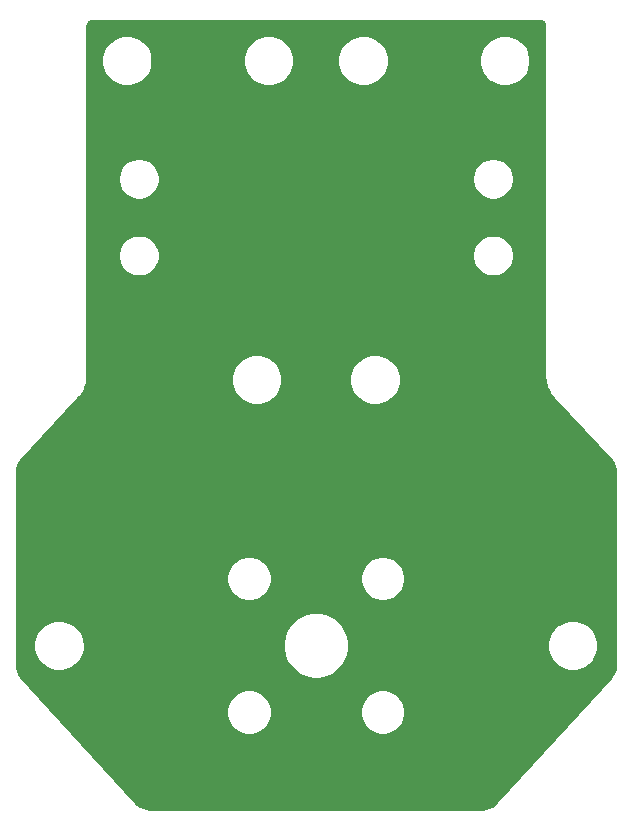
<source format=gtl>
G04 #@! TF.GenerationSoftware,KiCad,Pcbnew,5.1.9+dfsg1-1+deb11u1*
G04 #@! TF.CreationDate,2023-07-29T10:49:16+09:00*
G04 #@! TF.ProjectId,toolhead-top-plate,746f6f6c-6865-4616-942d-746f702d706c,rev?*
G04 #@! TF.SameCoordinates,Original*
G04 #@! TF.FileFunction,Copper,L1,Top*
G04 #@! TF.FilePolarity,Positive*
%FSLAX46Y46*%
G04 Gerber Fmt 4.6, Leading zero omitted, Abs format (unit mm)*
G04 Created by KiCad (PCBNEW 5.1.9+dfsg1-1+deb11u1) date 2023-07-29 10:49:16*
%MOMM*%
%LPD*%
G01*
G04 APERTURE LIST*
G04 #@! TA.AperFunction,NonConductor*
%ADD10C,0.254000*%
G04 #@! TD*
G04 #@! TA.AperFunction,NonConductor*
%ADD11C,0.100000*%
G04 #@! TD*
G04 APERTURE END LIST*
D10*
X220185624Y-60669580D02*
X220248556Y-60688580D01*
X220306605Y-60719445D01*
X220357543Y-60760989D01*
X220399448Y-60811644D01*
X220430715Y-60869471D01*
X220450156Y-60932272D01*
X220460200Y-61027835D01*
X220460201Y-90750419D01*
X220462767Y-90776472D01*
X220487506Y-91087035D01*
X220496997Y-91140022D01*
X220504774Y-91193277D01*
X220507052Y-91202206D01*
X220606161Y-91579746D01*
X220626908Y-91635806D01*
X220646900Y-91692232D01*
X220650868Y-91700549D01*
X220821422Y-92051648D01*
X220852681Y-92102640D01*
X220883233Y-92154078D01*
X220888741Y-92161465D01*
X221101476Y-92442660D01*
X221143641Y-92498443D01*
X226082806Y-97849206D01*
X226259924Y-98083318D01*
X226373927Y-98318001D01*
X226441717Y-98576225D01*
X226460200Y-98808249D01*
X226460201Y-115189711D01*
X226431575Y-115481660D01*
X226356165Y-115731429D01*
X226230556Y-115967664D01*
X226090409Y-116146688D01*
X216249712Y-126881932D01*
X216031627Y-127077537D01*
X215807265Y-127210699D01*
X215561308Y-127297746D01*
X215278723Y-127338919D01*
X215232665Y-127340000D01*
X187032289Y-127340000D01*
X186740343Y-127311374D01*
X186490571Y-127235964D01*
X186260205Y-127113477D01*
X186038906Y-126932989D01*
X186008095Y-126900921D01*
X178735958Y-118967727D01*
X193542643Y-118967727D01*
X193542643Y-119346073D01*
X193616455Y-119717149D01*
X193761242Y-120066696D01*
X193971440Y-120381279D01*
X194238971Y-120648810D01*
X194553554Y-120859008D01*
X194903101Y-121003795D01*
X195274177Y-121077607D01*
X195652523Y-121077607D01*
X196023599Y-121003795D01*
X196373146Y-120859008D01*
X196687729Y-120648810D01*
X196955260Y-120381279D01*
X197165458Y-120066696D01*
X197310245Y-119717149D01*
X197384057Y-119346073D01*
X197384057Y-118967727D01*
X204856343Y-118967727D01*
X204856343Y-119346073D01*
X204930155Y-119717149D01*
X205074942Y-120066696D01*
X205285140Y-120381279D01*
X205552671Y-120648810D01*
X205867254Y-120859008D01*
X206216801Y-121003795D01*
X206587877Y-121077607D01*
X206966223Y-121077607D01*
X207337299Y-121003795D01*
X207686846Y-120859008D01*
X208001429Y-120648810D01*
X208268960Y-120381279D01*
X208479158Y-120066696D01*
X208623945Y-119717149D01*
X208697757Y-119346073D01*
X208697757Y-118967727D01*
X208623945Y-118596651D01*
X208479158Y-118247104D01*
X208268960Y-117932521D01*
X208001429Y-117664990D01*
X207686846Y-117454792D01*
X207337299Y-117310005D01*
X206966223Y-117236193D01*
X206587877Y-117236193D01*
X206216801Y-117310005D01*
X205867254Y-117454792D01*
X205552671Y-117664990D01*
X205285140Y-117932521D01*
X205074942Y-118247104D01*
X204930155Y-118596651D01*
X204856343Y-118967727D01*
X197384057Y-118967727D01*
X197310245Y-118596651D01*
X197165458Y-118247104D01*
X196955260Y-117932521D01*
X196687729Y-117664990D01*
X196373146Y-117454792D01*
X196023599Y-117310005D01*
X195652523Y-117236193D01*
X195274177Y-117236193D01*
X194903101Y-117310005D01*
X194553554Y-117454792D01*
X194238971Y-117664990D01*
X193971440Y-117932521D01*
X193761242Y-118247104D01*
X193616455Y-118596651D01*
X193542643Y-118967727D01*
X178735958Y-118967727D01*
X176154387Y-116151485D01*
X175978050Y-115916711D01*
X175864867Y-115681638D01*
X175797830Y-115422612D01*
X175780200Y-115196328D01*
X175780200Y-113286323D01*
X177200697Y-113286323D01*
X177200697Y-113713677D01*
X177284070Y-114132821D01*
X177447612Y-114527645D01*
X177685037Y-114882977D01*
X177987223Y-115185163D01*
X178342555Y-115422588D01*
X178737379Y-115586130D01*
X179156523Y-115669503D01*
X179583877Y-115669503D01*
X180003021Y-115586130D01*
X180397845Y-115422588D01*
X180753177Y-115185163D01*
X181055363Y-114882977D01*
X181292788Y-114527645D01*
X181456330Y-114132821D01*
X181539703Y-113713677D01*
X181539703Y-113286323D01*
X181527030Y-113222611D01*
X198303827Y-113222611D01*
X198303827Y-113777389D01*
X198412059Y-114321506D01*
X198624363Y-114834053D01*
X198932580Y-115295333D01*
X199324867Y-115687620D01*
X199786147Y-115995837D01*
X200298694Y-116208141D01*
X200842811Y-116316373D01*
X201397589Y-116316373D01*
X201941706Y-116208141D01*
X202454253Y-115995837D01*
X202915533Y-115687620D01*
X203307820Y-115295333D01*
X203616037Y-114834053D01*
X203828341Y-114321506D01*
X203936573Y-113777389D01*
X203936573Y-113286323D01*
X220700697Y-113286323D01*
X220700697Y-113713677D01*
X220784070Y-114132821D01*
X220947612Y-114527645D01*
X221185037Y-114882977D01*
X221487223Y-115185163D01*
X221842555Y-115422588D01*
X222237379Y-115586130D01*
X222656523Y-115669503D01*
X223083877Y-115669503D01*
X223503021Y-115586130D01*
X223897845Y-115422588D01*
X224253177Y-115185163D01*
X224555363Y-114882977D01*
X224792788Y-114527645D01*
X224956330Y-114132821D01*
X225039703Y-113713677D01*
X225039703Y-113286323D01*
X224956330Y-112867179D01*
X224792788Y-112472355D01*
X224555363Y-112117023D01*
X224253177Y-111814837D01*
X223897845Y-111577412D01*
X223503021Y-111413870D01*
X223083877Y-111330497D01*
X222656523Y-111330497D01*
X222237379Y-111413870D01*
X221842555Y-111577412D01*
X221487223Y-111814837D01*
X221185037Y-112117023D01*
X220947612Y-112472355D01*
X220784070Y-112867179D01*
X220700697Y-113286323D01*
X203936573Y-113286323D01*
X203936573Y-113222611D01*
X203828341Y-112678494D01*
X203616037Y-112165947D01*
X203307820Y-111704667D01*
X202915533Y-111312380D01*
X202454253Y-111004163D01*
X201941706Y-110791859D01*
X201397589Y-110683627D01*
X200842811Y-110683627D01*
X200298694Y-110791859D01*
X199786147Y-111004163D01*
X199324867Y-111312380D01*
X198932580Y-111704667D01*
X198624363Y-112165947D01*
X198412059Y-112678494D01*
X198303827Y-113222611D01*
X181527030Y-113222611D01*
X181456330Y-112867179D01*
X181292788Y-112472355D01*
X181055363Y-112117023D01*
X180753177Y-111814837D01*
X180397845Y-111577412D01*
X180003021Y-111413870D01*
X179583877Y-111330497D01*
X179156523Y-111330497D01*
X178737379Y-111413870D01*
X178342555Y-111577412D01*
X177987223Y-111814837D01*
X177685037Y-112117023D01*
X177447612Y-112472355D01*
X177284070Y-112867179D01*
X177200697Y-113286323D01*
X175780200Y-113286323D01*
X175780200Y-107653927D01*
X193542643Y-107653927D01*
X193542643Y-108032273D01*
X193616455Y-108403349D01*
X193761242Y-108752896D01*
X193971440Y-109067479D01*
X194238971Y-109335010D01*
X194553554Y-109545208D01*
X194903101Y-109689995D01*
X195274177Y-109763807D01*
X195652523Y-109763807D01*
X196023599Y-109689995D01*
X196373146Y-109545208D01*
X196687729Y-109335010D01*
X196955260Y-109067479D01*
X197165458Y-108752896D01*
X197310245Y-108403349D01*
X197384057Y-108032273D01*
X197384057Y-107653927D01*
X204856343Y-107653927D01*
X204856343Y-108032273D01*
X204930155Y-108403349D01*
X205074942Y-108752896D01*
X205285140Y-109067479D01*
X205552671Y-109335010D01*
X205867254Y-109545208D01*
X206216801Y-109689995D01*
X206587877Y-109763807D01*
X206966223Y-109763807D01*
X207337299Y-109689995D01*
X207686846Y-109545208D01*
X208001429Y-109335010D01*
X208268960Y-109067479D01*
X208479158Y-108752896D01*
X208623945Y-108403349D01*
X208697757Y-108032273D01*
X208697757Y-107653927D01*
X208623945Y-107282851D01*
X208479158Y-106933304D01*
X208268960Y-106618721D01*
X208001429Y-106351190D01*
X207686846Y-106140992D01*
X207337299Y-105996205D01*
X206966223Y-105922393D01*
X206587877Y-105922393D01*
X206216801Y-105996205D01*
X205867254Y-106140992D01*
X205552671Y-106351190D01*
X205285140Y-106618721D01*
X205074942Y-106933304D01*
X204930155Y-107282851D01*
X204856343Y-107653927D01*
X197384057Y-107653927D01*
X197310245Y-107282851D01*
X197165458Y-106933304D01*
X196955260Y-106618721D01*
X196687729Y-106351190D01*
X196373146Y-106140992D01*
X196023599Y-105996205D01*
X195652523Y-105922393D01*
X195274177Y-105922393D01*
X194903101Y-105996205D01*
X194553554Y-106140992D01*
X194238971Y-106351190D01*
X193971440Y-106618721D01*
X193761242Y-106933304D01*
X193616455Y-107282851D01*
X193542643Y-107653927D01*
X175780200Y-107653927D01*
X175780200Y-98814278D01*
X175808825Y-98522340D01*
X175884235Y-98272570D01*
X176009574Y-98036843D01*
X176153529Y-97853609D01*
X181096759Y-92498444D01*
X181113211Y-92476678D01*
X181305032Y-92232521D01*
X181334001Y-92187143D01*
X181364406Y-92142739D01*
X181368789Y-92134633D01*
X181552038Y-91789991D01*
X181574838Y-91734674D01*
X181598398Y-91679705D01*
X181601123Y-91670902D01*
X181713942Y-91297230D01*
X181725565Y-91238530D01*
X181737998Y-91180036D01*
X181738961Y-91170872D01*
X181776665Y-90786323D01*
X193950697Y-90786323D01*
X193950697Y-91213677D01*
X194034070Y-91632821D01*
X194197612Y-92027645D01*
X194435037Y-92382977D01*
X194737223Y-92685163D01*
X195092555Y-92922588D01*
X195487379Y-93086130D01*
X195906523Y-93169503D01*
X196333877Y-93169503D01*
X196753021Y-93086130D01*
X197147845Y-92922588D01*
X197503177Y-92685163D01*
X197805363Y-92382977D01*
X198042788Y-92027645D01*
X198206330Y-91632821D01*
X198289703Y-91213677D01*
X198289703Y-90786323D01*
X203950697Y-90786323D01*
X203950697Y-91213677D01*
X204034070Y-91632821D01*
X204197612Y-92027645D01*
X204435037Y-92382977D01*
X204737223Y-92685163D01*
X205092555Y-92922588D01*
X205487379Y-93086130D01*
X205906523Y-93169503D01*
X206333877Y-93169503D01*
X206753021Y-93086130D01*
X207147845Y-92922588D01*
X207503177Y-92685163D01*
X207805363Y-92382977D01*
X208042788Y-92027645D01*
X208206330Y-91632821D01*
X208289703Y-91213677D01*
X208289703Y-90786323D01*
X208206330Y-90367179D01*
X208042788Y-89972355D01*
X207805363Y-89617023D01*
X207503177Y-89314837D01*
X207147845Y-89077412D01*
X206753021Y-88913870D01*
X206333877Y-88830497D01*
X205906523Y-88830497D01*
X205487379Y-88913870D01*
X205092555Y-89077412D01*
X204737223Y-89314837D01*
X204435037Y-89617023D01*
X204197612Y-89972355D01*
X204034070Y-90367179D01*
X203950697Y-90786323D01*
X198289703Y-90786323D01*
X198206330Y-90367179D01*
X198042788Y-89972355D01*
X197805363Y-89617023D01*
X197503177Y-89314837D01*
X197147845Y-89077412D01*
X196753021Y-88913870D01*
X196333877Y-88830497D01*
X195906523Y-88830497D01*
X195487379Y-88913870D01*
X195092555Y-89077412D01*
X194737223Y-89314837D01*
X194435037Y-89617023D01*
X194197612Y-89972355D01*
X194034070Y-90367179D01*
X193950697Y-90786323D01*
X181776665Y-90786323D01*
X181777050Y-90782402D01*
X181780200Y-90750419D01*
X181780200Y-80325529D01*
X184348771Y-80325529D01*
X184348771Y-80674471D01*
X184416846Y-81016707D01*
X184550380Y-81339086D01*
X184744241Y-81629220D01*
X184990980Y-81875959D01*
X185281114Y-82069820D01*
X185603493Y-82203354D01*
X185945729Y-82271429D01*
X186294671Y-82271429D01*
X186636907Y-82203354D01*
X186959286Y-82069820D01*
X187249420Y-81875959D01*
X187496159Y-81629220D01*
X187690020Y-81339086D01*
X187823554Y-81016707D01*
X187891629Y-80674471D01*
X187891629Y-80325529D01*
X214348771Y-80325529D01*
X214348771Y-80674471D01*
X214416846Y-81016707D01*
X214550380Y-81339086D01*
X214744241Y-81629220D01*
X214990980Y-81875959D01*
X215281114Y-82069820D01*
X215603493Y-82203354D01*
X215945729Y-82271429D01*
X216294671Y-82271429D01*
X216636907Y-82203354D01*
X216959286Y-82069820D01*
X217249420Y-81875959D01*
X217496159Y-81629220D01*
X217690020Y-81339086D01*
X217823554Y-81016707D01*
X217891629Y-80674471D01*
X217891629Y-80325529D01*
X217823554Y-79983293D01*
X217690020Y-79660914D01*
X217496159Y-79370780D01*
X217249420Y-79124041D01*
X216959286Y-78930180D01*
X216636907Y-78796646D01*
X216294671Y-78728571D01*
X215945729Y-78728571D01*
X215603493Y-78796646D01*
X215281114Y-78930180D01*
X214990980Y-79124041D01*
X214744241Y-79370780D01*
X214550380Y-79660914D01*
X214416846Y-79983293D01*
X214348771Y-80325529D01*
X187891629Y-80325529D01*
X187823554Y-79983293D01*
X187690020Y-79660914D01*
X187496159Y-79370780D01*
X187249420Y-79124041D01*
X186959286Y-78930180D01*
X186636907Y-78796646D01*
X186294671Y-78728571D01*
X185945729Y-78728571D01*
X185603493Y-78796646D01*
X185281114Y-78930180D01*
X184990980Y-79124041D01*
X184744241Y-79370780D01*
X184550380Y-79660914D01*
X184416846Y-79983293D01*
X184348771Y-80325529D01*
X181780200Y-80325529D01*
X181780200Y-73825529D01*
X184348771Y-73825529D01*
X184348771Y-74174471D01*
X184416846Y-74516707D01*
X184550380Y-74839086D01*
X184744241Y-75129220D01*
X184990980Y-75375959D01*
X185281114Y-75569820D01*
X185603493Y-75703354D01*
X185945729Y-75771429D01*
X186294671Y-75771429D01*
X186636907Y-75703354D01*
X186959286Y-75569820D01*
X187249420Y-75375959D01*
X187496159Y-75129220D01*
X187690020Y-74839086D01*
X187823554Y-74516707D01*
X187891629Y-74174471D01*
X187891629Y-73825529D01*
X214348771Y-73825529D01*
X214348771Y-74174471D01*
X214416846Y-74516707D01*
X214550380Y-74839086D01*
X214744241Y-75129220D01*
X214990980Y-75375959D01*
X215281114Y-75569820D01*
X215603493Y-75703354D01*
X215945729Y-75771429D01*
X216294671Y-75771429D01*
X216636907Y-75703354D01*
X216959286Y-75569820D01*
X217249420Y-75375959D01*
X217496159Y-75129220D01*
X217690020Y-74839086D01*
X217823554Y-74516707D01*
X217891629Y-74174471D01*
X217891629Y-73825529D01*
X217823554Y-73483293D01*
X217690020Y-73160914D01*
X217496159Y-72870780D01*
X217249420Y-72624041D01*
X216959286Y-72430180D01*
X216636907Y-72296646D01*
X216294671Y-72228571D01*
X215945729Y-72228571D01*
X215603493Y-72296646D01*
X215281114Y-72430180D01*
X214990980Y-72624041D01*
X214744241Y-72870780D01*
X214550380Y-73160914D01*
X214416846Y-73483293D01*
X214348771Y-73825529D01*
X187891629Y-73825529D01*
X187823554Y-73483293D01*
X187690020Y-73160914D01*
X187496159Y-72870780D01*
X187249420Y-72624041D01*
X186959286Y-72430180D01*
X186636907Y-72296646D01*
X186294671Y-72228571D01*
X185945729Y-72228571D01*
X185603493Y-72296646D01*
X185281114Y-72430180D01*
X184990980Y-72624041D01*
X184744241Y-72870780D01*
X184550380Y-73160914D01*
X184416846Y-73483293D01*
X184348771Y-73825529D01*
X181780200Y-73825529D01*
X181780200Y-63786323D01*
X182950697Y-63786323D01*
X182950697Y-64213677D01*
X183034070Y-64632821D01*
X183197612Y-65027645D01*
X183435037Y-65382977D01*
X183737223Y-65685163D01*
X184092555Y-65922588D01*
X184487379Y-66086130D01*
X184906523Y-66169503D01*
X185333877Y-66169503D01*
X185753021Y-66086130D01*
X186147845Y-65922588D01*
X186503177Y-65685163D01*
X186805363Y-65382977D01*
X187042788Y-65027645D01*
X187206330Y-64632821D01*
X187289703Y-64213677D01*
X187289703Y-63786323D01*
X194950697Y-63786323D01*
X194950697Y-64213677D01*
X195034070Y-64632821D01*
X195197612Y-65027645D01*
X195435037Y-65382977D01*
X195737223Y-65685163D01*
X196092555Y-65922588D01*
X196487379Y-66086130D01*
X196906523Y-66169503D01*
X197333877Y-66169503D01*
X197753021Y-66086130D01*
X198147845Y-65922588D01*
X198503177Y-65685163D01*
X198805363Y-65382977D01*
X199042788Y-65027645D01*
X199206330Y-64632821D01*
X199289703Y-64213677D01*
X199289703Y-63786323D01*
X202950697Y-63786323D01*
X202950697Y-64213677D01*
X203034070Y-64632821D01*
X203197612Y-65027645D01*
X203435037Y-65382977D01*
X203737223Y-65685163D01*
X204092555Y-65922588D01*
X204487379Y-66086130D01*
X204906523Y-66169503D01*
X205333877Y-66169503D01*
X205753021Y-66086130D01*
X206147845Y-65922588D01*
X206503177Y-65685163D01*
X206805363Y-65382977D01*
X207042788Y-65027645D01*
X207206330Y-64632821D01*
X207289703Y-64213677D01*
X207289703Y-63786323D01*
X214950697Y-63786323D01*
X214950697Y-64213677D01*
X215034070Y-64632821D01*
X215197612Y-65027645D01*
X215435037Y-65382977D01*
X215737223Y-65685163D01*
X216092555Y-65922588D01*
X216487379Y-66086130D01*
X216906523Y-66169503D01*
X217333877Y-66169503D01*
X217753021Y-66086130D01*
X218147845Y-65922588D01*
X218503177Y-65685163D01*
X218805363Y-65382977D01*
X219042788Y-65027645D01*
X219206330Y-64632821D01*
X219289703Y-64213677D01*
X219289703Y-63786323D01*
X219206330Y-63367179D01*
X219042788Y-62972355D01*
X218805363Y-62617023D01*
X218503177Y-62314837D01*
X218147845Y-62077412D01*
X217753021Y-61913870D01*
X217333877Y-61830497D01*
X216906523Y-61830497D01*
X216487379Y-61913870D01*
X216092555Y-62077412D01*
X215737223Y-62314837D01*
X215435037Y-62617023D01*
X215197612Y-62972355D01*
X215034070Y-63367179D01*
X214950697Y-63786323D01*
X207289703Y-63786323D01*
X207206330Y-63367179D01*
X207042788Y-62972355D01*
X206805363Y-62617023D01*
X206503177Y-62314837D01*
X206147845Y-62077412D01*
X205753021Y-61913870D01*
X205333877Y-61830497D01*
X204906523Y-61830497D01*
X204487379Y-61913870D01*
X204092555Y-62077412D01*
X203737223Y-62314837D01*
X203435037Y-62617023D01*
X203197612Y-62972355D01*
X203034070Y-63367179D01*
X202950697Y-63786323D01*
X199289703Y-63786323D01*
X199206330Y-63367179D01*
X199042788Y-62972355D01*
X198805363Y-62617023D01*
X198503177Y-62314837D01*
X198147845Y-62077412D01*
X197753021Y-61913870D01*
X197333877Y-61830497D01*
X196906523Y-61830497D01*
X196487379Y-61913870D01*
X196092555Y-62077412D01*
X195737223Y-62314837D01*
X195435037Y-62617023D01*
X195197612Y-62972355D01*
X195034070Y-63367179D01*
X194950697Y-63786323D01*
X187289703Y-63786323D01*
X187206330Y-63367179D01*
X187042788Y-62972355D01*
X186805363Y-62617023D01*
X186503177Y-62314837D01*
X186147845Y-62077412D01*
X185753021Y-61913870D01*
X185333877Y-61830497D01*
X184906523Y-61830497D01*
X184487379Y-61913870D01*
X184092555Y-62077412D01*
X183737223Y-62314837D01*
X183435037Y-62617023D01*
X183197612Y-62972355D01*
X183034070Y-63367179D01*
X182950697Y-63786323D01*
X181780200Y-63786323D01*
X181780200Y-61032279D01*
X181789780Y-60934576D01*
X181808780Y-60871644D01*
X181839645Y-60813595D01*
X181881189Y-60762657D01*
X181931844Y-60720752D01*
X181989671Y-60689485D01*
X182052472Y-60670044D01*
X182148035Y-60660000D01*
X220087921Y-60660000D01*
X220185624Y-60669580D01*
G04 #@! TA.AperFunction,NonConductor*
D11*
G36*
X220185624Y-60669580D02*
G01*
X220248556Y-60688580D01*
X220306605Y-60719445D01*
X220357543Y-60760989D01*
X220399448Y-60811644D01*
X220430715Y-60869471D01*
X220450156Y-60932272D01*
X220460200Y-61027835D01*
X220460201Y-90750419D01*
X220462767Y-90776472D01*
X220487506Y-91087035D01*
X220496997Y-91140022D01*
X220504774Y-91193277D01*
X220507052Y-91202206D01*
X220606161Y-91579746D01*
X220626908Y-91635806D01*
X220646900Y-91692232D01*
X220650868Y-91700549D01*
X220821422Y-92051648D01*
X220852681Y-92102640D01*
X220883233Y-92154078D01*
X220888741Y-92161465D01*
X221101476Y-92442660D01*
X221143641Y-92498443D01*
X226082806Y-97849206D01*
X226259924Y-98083318D01*
X226373927Y-98318001D01*
X226441717Y-98576225D01*
X226460200Y-98808249D01*
X226460201Y-115189711D01*
X226431575Y-115481660D01*
X226356165Y-115731429D01*
X226230556Y-115967664D01*
X226090409Y-116146688D01*
X216249712Y-126881932D01*
X216031627Y-127077537D01*
X215807265Y-127210699D01*
X215561308Y-127297746D01*
X215278723Y-127338919D01*
X215232665Y-127340000D01*
X187032289Y-127340000D01*
X186740343Y-127311374D01*
X186490571Y-127235964D01*
X186260205Y-127113477D01*
X186038906Y-126932989D01*
X186008095Y-126900921D01*
X178735958Y-118967727D01*
X193542643Y-118967727D01*
X193542643Y-119346073D01*
X193616455Y-119717149D01*
X193761242Y-120066696D01*
X193971440Y-120381279D01*
X194238971Y-120648810D01*
X194553554Y-120859008D01*
X194903101Y-121003795D01*
X195274177Y-121077607D01*
X195652523Y-121077607D01*
X196023599Y-121003795D01*
X196373146Y-120859008D01*
X196687729Y-120648810D01*
X196955260Y-120381279D01*
X197165458Y-120066696D01*
X197310245Y-119717149D01*
X197384057Y-119346073D01*
X197384057Y-118967727D01*
X204856343Y-118967727D01*
X204856343Y-119346073D01*
X204930155Y-119717149D01*
X205074942Y-120066696D01*
X205285140Y-120381279D01*
X205552671Y-120648810D01*
X205867254Y-120859008D01*
X206216801Y-121003795D01*
X206587877Y-121077607D01*
X206966223Y-121077607D01*
X207337299Y-121003795D01*
X207686846Y-120859008D01*
X208001429Y-120648810D01*
X208268960Y-120381279D01*
X208479158Y-120066696D01*
X208623945Y-119717149D01*
X208697757Y-119346073D01*
X208697757Y-118967727D01*
X208623945Y-118596651D01*
X208479158Y-118247104D01*
X208268960Y-117932521D01*
X208001429Y-117664990D01*
X207686846Y-117454792D01*
X207337299Y-117310005D01*
X206966223Y-117236193D01*
X206587877Y-117236193D01*
X206216801Y-117310005D01*
X205867254Y-117454792D01*
X205552671Y-117664990D01*
X205285140Y-117932521D01*
X205074942Y-118247104D01*
X204930155Y-118596651D01*
X204856343Y-118967727D01*
X197384057Y-118967727D01*
X197310245Y-118596651D01*
X197165458Y-118247104D01*
X196955260Y-117932521D01*
X196687729Y-117664990D01*
X196373146Y-117454792D01*
X196023599Y-117310005D01*
X195652523Y-117236193D01*
X195274177Y-117236193D01*
X194903101Y-117310005D01*
X194553554Y-117454792D01*
X194238971Y-117664990D01*
X193971440Y-117932521D01*
X193761242Y-118247104D01*
X193616455Y-118596651D01*
X193542643Y-118967727D01*
X178735958Y-118967727D01*
X176154387Y-116151485D01*
X175978050Y-115916711D01*
X175864867Y-115681638D01*
X175797830Y-115422612D01*
X175780200Y-115196328D01*
X175780200Y-113286323D01*
X177200697Y-113286323D01*
X177200697Y-113713677D01*
X177284070Y-114132821D01*
X177447612Y-114527645D01*
X177685037Y-114882977D01*
X177987223Y-115185163D01*
X178342555Y-115422588D01*
X178737379Y-115586130D01*
X179156523Y-115669503D01*
X179583877Y-115669503D01*
X180003021Y-115586130D01*
X180397845Y-115422588D01*
X180753177Y-115185163D01*
X181055363Y-114882977D01*
X181292788Y-114527645D01*
X181456330Y-114132821D01*
X181539703Y-113713677D01*
X181539703Y-113286323D01*
X181527030Y-113222611D01*
X198303827Y-113222611D01*
X198303827Y-113777389D01*
X198412059Y-114321506D01*
X198624363Y-114834053D01*
X198932580Y-115295333D01*
X199324867Y-115687620D01*
X199786147Y-115995837D01*
X200298694Y-116208141D01*
X200842811Y-116316373D01*
X201397589Y-116316373D01*
X201941706Y-116208141D01*
X202454253Y-115995837D01*
X202915533Y-115687620D01*
X203307820Y-115295333D01*
X203616037Y-114834053D01*
X203828341Y-114321506D01*
X203936573Y-113777389D01*
X203936573Y-113286323D01*
X220700697Y-113286323D01*
X220700697Y-113713677D01*
X220784070Y-114132821D01*
X220947612Y-114527645D01*
X221185037Y-114882977D01*
X221487223Y-115185163D01*
X221842555Y-115422588D01*
X222237379Y-115586130D01*
X222656523Y-115669503D01*
X223083877Y-115669503D01*
X223503021Y-115586130D01*
X223897845Y-115422588D01*
X224253177Y-115185163D01*
X224555363Y-114882977D01*
X224792788Y-114527645D01*
X224956330Y-114132821D01*
X225039703Y-113713677D01*
X225039703Y-113286323D01*
X224956330Y-112867179D01*
X224792788Y-112472355D01*
X224555363Y-112117023D01*
X224253177Y-111814837D01*
X223897845Y-111577412D01*
X223503021Y-111413870D01*
X223083877Y-111330497D01*
X222656523Y-111330497D01*
X222237379Y-111413870D01*
X221842555Y-111577412D01*
X221487223Y-111814837D01*
X221185037Y-112117023D01*
X220947612Y-112472355D01*
X220784070Y-112867179D01*
X220700697Y-113286323D01*
X203936573Y-113286323D01*
X203936573Y-113222611D01*
X203828341Y-112678494D01*
X203616037Y-112165947D01*
X203307820Y-111704667D01*
X202915533Y-111312380D01*
X202454253Y-111004163D01*
X201941706Y-110791859D01*
X201397589Y-110683627D01*
X200842811Y-110683627D01*
X200298694Y-110791859D01*
X199786147Y-111004163D01*
X199324867Y-111312380D01*
X198932580Y-111704667D01*
X198624363Y-112165947D01*
X198412059Y-112678494D01*
X198303827Y-113222611D01*
X181527030Y-113222611D01*
X181456330Y-112867179D01*
X181292788Y-112472355D01*
X181055363Y-112117023D01*
X180753177Y-111814837D01*
X180397845Y-111577412D01*
X180003021Y-111413870D01*
X179583877Y-111330497D01*
X179156523Y-111330497D01*
X178737379Y-111413870D01*
X178342555Y-111577412D01*
X177987223Y-111814837D01*
X177685037Y-112117023D01*
X177447612Y-112472355D01*
X177284070Y-112867179D01*
X177200697Y-113286323D01*
X175780200Y-113286323D01*
X175780200Y-107653927D01*
X193542643Y-107653927D01*
X193542643Y-108032273D01*
X193616455Y-108403349D01*
X193761242Y-108752896D01*
X193971440Y-109067479D01*
X194238971Y-109335010D01*
X194553554Y-109545208D01*
X194903101Y-109689995D01*
X195274177Y-109763807D01*
X195652523Y-109763807D01*
X196023599Y-109689995D01*
X196373146Y-109545208D01*
X196687729Y-109335010D01*
X196955260Y-109067479D01*
X197165458Y-108752896D01*
X197310245Y-108403349D01*
X197384057Y-108032273D01*
X197384057Y-107653927D01*
X204856343Y-107653927D01*
X204856343Y-108032273D01*
X204930155Y-108403349D01*
X205074942Y-108752896D01*
X205285140Y-109067479D01*
X205552671Y-109335010D01*
X205867254Y-109545208D01*
X206216801Y-109689995D01*
X206587877Y-109763807D01*
X206966223Y-109763807D01*
X207337299Y-109689995D01*
X207686846Y-109545208D01*
X208001429Y-109335010D01*
X208268960Y-109067479D01*
X208479158Y-108752896D01*
X208623945Y-108403349D01*
X208697757Y-108032273D01*
X208697757Y-107653927D01*
X208623945Y-107282851D01*
X208479158Y-106933304D01*
X208268960Y-106618721D01*
X208001429Y-106351190D01*
X207686846Y-106140992D01*
X207337299Y-105996205D01*
X206966223Y-105922393D01*
X206587877Y-105922393D01*
X206216801Y-105996205D01*
X205867254Y-106140992D01*
X205552671Y-106351190D01*
X205285140Y-106618721D01*
X205074942Y-106933304D01*
X204930155Y-107282851D01*
X204856343Y-107653927D01*
X197384057Y-107653927D01*
X197310245Y-107282851D01*
X197165458Y-106933304D01*
X196955260Y-106618721D01*
X196687729Y-106351190D01*
X196373146Y-106140992D01*
X196023599Y-105996205D01*
X195652523Y-105922393D01*
X195274177Y-105922393D01*
X194903101Y-105996205D01*
X194553554Y-106140992D01*
X194238971Y-106351190D01*
X193971440Y-106618721D01*
X193761242Y-106933304D01*
X193616455Y-107282851D01*
X193542643Y-107653927D01*
X175780200Y-107653927D01*
X175780200Y-98814278D01*
X175808825Y-98522340D01*
X175884235Y-98272570D01*
X176009574Y-98036843D01*
X176153529Y-97853609D01*
X181096759Y-92498444D01*
X181113211Y-92476678D01*
X181305032Y-92232521D01*
X181334001Y-92187143D01*
X181364406Y-92142739D01*
X181368789Y-92134633D01*
X181552038Y-91789991D01*
X181574838Y-91734674D01*
X181598398Y-91679705D01*
X181601123Y-91670902D01*
X181713942Y-91297230D01*
X181725565Y-91238530D01*
X181737998Y-91180036D01*
X181738961Y-91170872D01*
X181776665Y-90786323D01*
X193950697Y-90786323D01*
X193950697Y-91213677D01*
X194034070Y-91632821D01*
X194197612Y-92027645D01*
X194435037Y-92382977D01*
X194737223Y-92685163D01*
X195092555Y-92922588D01*
X195487379Y-93086130D01*
X195906523Y-93169503D01*
X196333877Y-93169503D01*
X196753021Y-93086130D01*
X197147845Y-92922588D01*
X197503177Y-92685163D01*
X197805363Y-92382977D01*
X198042788Y-92027645D01*
X198206330Y-91632821D01*
X198289703Y-91213677D01*
X198289703Y-90786323D01*
X203950697Y-90786323D01*
X203950697Y-91213677D01*
X204034070Y-91632821D01*
X204197612Y-92027645D01*
X204435037Y-92382977D01*
X204737223Y-92685163D01*
X205092555Y-92922588D01*
X205487379Y-93086130D01*
X205906523Y-93169503D01*
X206333877Y-93169503D01*
X206753021Y-93086130D01*
X207147845Y-92922588D01*
X207503177Y-92685163D01*
X207805363Y-92382977D01*
X208042788Y-92027645D01*
X208206330Y-91632821D01*
X208289703Y-91213677D01*
X208289703Y-90786323D01*
X208206330Y-90367179D01*
X208042788Y-89972355D01*
X207805363Y-89617023D01*
X207503177Y-89314837D01*
X207147845Y-89077412D01*
X206753021Y-88913870D01*
X206333877Y-88830497D01*
X205906523Y-88830497D01*
X205487379Y-88913870D01*
X205092555Y-89077412D01*
X204737223Y-89314837D01*
X204435037Y-89617023D01*
X204197612Y-89972355D01*
X204034070Y-90367179D01*
X203950697Y-90786323D01*
X198289703Y-90786323D01*
X198206330Y-90367179D01*
X198042788Y-89972355D01*
X197805363Y-89617023D01*
X197503177Y-89314837D01*
X197147845Y-89077412D01*
X196753021Y-88913870D01*
X196333877Y-88830497D01*
X195906523Y-88830497D01*
X195487379Y-88913870D01*
X195092555Y-89077412D01*
X194737223Y-89314837D01*
X194435037Y-89617023D01*
X194197612Y-89972355D01*
X194034070Y-90367179D01*
X193950697Y-90786323D01*
X181776665Y-90786323D01*
X181777050Y-90782402D01*
X181780200Y-90750419D01*
X181780200Y-80325529D01*
X184348771Y-80325529D01*
X184348771Y-80674471D01*
X184416846Y-81016707D01*
X184550380Y-81339086D01*
X184744241Y-81629220D01*
X184990980Y-81875959D01*
X185281114Y-82069820D01*
X185603493Y-82203354D01*
X185945729Y-82271429D01*
X186294671Y-82271429D01*
X186636907Y-82203354D01*
X186959286Y-82069820D01*
X187249420Y-81875959D01*
X187496159Y-81629220D01*
X187690020Y-81339086D01*
X187823554Y-81016707D01*
X187891629Y-80674471D01*
X187891629Y-80325529D01*
X214348771Y-80325529D01*
X214348771Y-80674471D01*
X214416846Y-81016707D01*
X214550380Y-81339086D01*
X214744241Y-81629220D01*
X214990980Y-81875959D01*
X215281114Y-82069820D01*
X215603493Y-82203354D01*
X215945729Y-82271429D01*
X216294671Y-82271429D01*
X216636907Y-82203354D01*
X216959286Y-82069820D01*
X217249420Y-81875959D01*
X217496159Y-81629220D01*
X217690020Y-81339086D01*
X217823554Y-81016707D01*
X217891629Y-80674471D01*
X217891629Y-80325529D01*
X217823554Y-79983293D01*
X217690020Y-79660914D01*
X217496159Y-79370780D01*
X217249420Y-79124041D01*
X216959286Y-78930180D01*
X216636907Y-78796646D01*
X216294671Y-78728571D01*
X215945729Y-78728571D01*
X215603493Y-78796646D01*
X215281114Y-78930180D01*
X214990980Y-79124041D01*
X214744241Y-79370780D01*
X214550380Y-79660914D01*
X214416846Y-79983293D01*
X214348771Y-80325529D01*
X187891629Y-80325529D01*
X187823554Y-79983293D01*
X187690020Y-79660914D01*
X187496159Y-79370780D01*
X187249420Y-79124041D01*
X186959286Y-78930180D01*
X186636907Y-78796646D01*
X186294671Y-78728571D01*
X185945729Y-78728571D01*
X185603493Y-78796646D01*
X185281114Y-78930180D01*
X184990980Y-79124041D01*
X184744241Y-79370780D01*
X184550380Y-79660914D01*
X184416846Y-79983293D01*
X184348771Y-80325529D01*
X181780200Y-80325529D01*
X181780200Y-73825529D01*
X184348771Y-73825529D01*
X184348771Y-74174471D01*
X184416846Y-74516707D01*
X184550380Y-74839086D01*
X184744241Y-75129220D01*
X184990980Y-75375959D01*
X185281114Y-75569820D01*
X185603493Y-75703354D01*
X185945729Y-75771429D01*
X186294671Y-75771429D01*
X186636907Y-75703354D01*
X186959286Y-75569820D01*
X187249420Y-75375959D01*
X187496159Y-75129220D01*
X187690020Y-74839086D01*
X187823554Y-74516707D01*
X187891629Y-74174471D01*
X187891629Y-73825529D01*
X214348771Y-73825529D01*
X214348771Y-74174471D01*
X214416846Y-74516707D01*
X214550380Y-74839086D01*
X214744241Y-75129220D01*
X214990980Y-75375959D01*
X215281114Y-75569820D01*
X215603493Y-75703354D01*
X215945729Y-75771429D01*
X216294671Y-75771429D01*
X216636907Y-75703354D01*
X216959286Y-75569820D01*
X217249420Y-75375959D01*
X217496159Y-75129220D01*
X217690020Y-74839086D01*
X217823554Y-74516707D01*
X217891629Y-74174471D01*
X217891629Y-73825529D01*
X217823554Y-73483293D01*
X217690020Y-73160914D01*
X217496159Y-72870780D01*
X217249420Y-72624041D01*
X216959286Y-72430180D01*
X216636907Y-72296646D01*
X216294671Y-72228571D01*
X215945729Y-72228571D01*
X215603493Y-72296646D01*
X215281114Y-72430180D01*
X214990980Y-72624041D01*
X214744241Y-72870780D01*
X214550380Y-73160914D01*
X214416846Y-73483293D01*
X214348771Y-73825529D01*
X187891629Y-73825529D01*
X187823554Y-73483293D01*
X187690020Y-73160914D01*
X187496159Y-72870780D01*
X187249420Y-72624041D01*
X186959286Y-72430180D01*
X186636907Y-72296646D01*
X186294671Y-72228571D01*
X185945729Y-72228571D01*
X185603493Y-72296646D01*
X185281114Y-72430180D01*
X184990980Y-72624041D01*
X184744241Y-72870780D01*
X184550380Y-73160914D01*
X184416846Y-73483293D01*
X184348771Y-73825529D01*
X181780200Y-73825529D01*
X181780200Y-63786323D01*
X182950697Y-63786323D01*
X182950697Y-64213677D01*
X183034070Y-64632821D01*
X183197612Y-65027645D01*
X183435037Y-65382977D01*
X183737223Y-65685163D01*
X184092555Y-65922588D01*
X184487379Y-66086130D01*
X184906523Y-66169503D01*
X185333877Y-66169503D01*
X185753021Y-66086130D01*
X186147845Y-65922588D01*
X186503177Y-65685163D01*
X186805363Y-65382977D01*
X187042788Y-65027645D01*
X187206330Y-64632821D01*
X187289703Y-64213677D01*
X187289703Y-63786323D01*
X194950697Y-63786323D01*
X194950697Y-64213677D01*
X195034070Y-64632821D01*
X195197612Y-65027645D01*
X195435037Y-65382977D01*
X195737223Y-65685163D01*
X196092555Y-65922588D01*
X196487379Y-66086130D01*
X196906523Y-66169503D01*
X197333877Y-66169503D01*
X197753021Y-66086130D01*
X198147845Y-65922588D01*
X198503177Y-65685163D01*
X198805363Y-65382977D01*
X199042788Y-65027645D01*
X199206330Y-64632821D01*
X199289703Y-64213677D01*
X199289703Y-63786323D01*
X202950697Y-63786323D01*
X202950697Y-64213677D01*
X203034070Y-64632821D01*
X203197612Y-65027645D01*
X203435037Y-65382977D01*
X203737223Y-65685163D01*
X204092555Y-65922588D01*
X204487379Y-66086130D01*
X204906523Y-66169503D01*
X205333877Y-66169503D01*
X205753021Y-66086130D01*
X206147845Y-65922588D01*
X206503177Y-65685163D01*
X206805363Y-65382977D01*
X207042788Y-65027645D01*
X207206330Y-64632821D01*
X207289703Y-64213677D01*
X207289703Y-63786323D01*
X214950697Y-63786323D01*
X214950697Y-64213677D01*
X215034070Y-64632821D01*
X215197612Y-65027645D01*
X215435037Y-65382977D01*
X215737223Y-65685163D01*
X216092555Y-65922588D01*
X216487379Y-66086130D01*
X216906523Y-66169503D01*
X217333877Y-66169503D01*
X217753021Y-66086130D01*
X218147845Y-65922588D01*
X218503177Y-65685163D01*
X218805363Y-65382977D01*
X219042788Y-65027645D01*
X219206330Y-64632821D01*
X219289703Y-64213677D01*
X219289703Y-63786323D01*
X219206330Y-63367179D01*
X219042788Y-62972355D01*
X218805363Y-62617023D01*
X218503177Y-62314837D01*
X218147845Y-62077412D01*
X217753021Y-61913870D01*
X217333877Y-61830497D01*
X216906523Y-61830497D01*
X216487379Y-61913870D01*
X216092555Y-62077412D01*
X215737223Y-62314837D01*
X215435037Y-62617023D01*
X215197612Y-62972355D01*
X215034070Y-63367179D01*
X214950697Y-63786323D01*
X207289703Y-63786323D01*
X207206330Y-63367179D01*
X207042788Y-62972355D01*
X206805363Y-62617023D01*
X206503177Y-62314837D01*
X206147845Y-62077412D01*
X205753021Y-61913870D01*
X205333877Y-61830497D01*
X204906523Y-61830497D01*
X204487379Y-61913870D01*
X204092555Y-62077412D01*
X203737223Y-62314837D01*
X203435037Y-62617023D01*
X203197612Y-62972355D01*
X203034070Y-63367179D01*
X202950697Y-63786323D01*
X199289703Y-63786323D01*
X199206330Y-63367179D01*
X199042788Y-62972355D01*
X198805363Y-62617023D01*
X198503177Y-62314837D01*
X198147845Y-62077412D01*
X197753021Y-61913870D01*
X197333877Y-61830497D01*
X196906523Y-61830497D01*
X196487379Y-61913870D01*
X196092555Y-62077412D01*
X195737223Y-62314837D01*
X195435037Y-62617023D01*
X195197612Y-62972355D01*
X195034070Y-63367179D01*
X194950697Y-63786323D01*
X187289703Y-63786323D01*
X187206330Y-63367179D01*
X187042788Y-62972355D01*
X186805363Y-62617023D01*
X186503177Y-62314837D01*
X186147845Y-62077412D01*
X185753021Y-61913870D01*
X185333877Y-61830497D01*
X184906523Y-61830497D01*
X184487379Y-61913870D01*
X184092555Y-62077412D01*
X183737223Y-62314837D01*
X183435037Y-62617023D01*
X183197612Y-62972355D01*
X183034070Y-63367179D01*
X182950697Y-63786323D01*
X181780200Y-63786323D01*
X181780200Y-61032279D01*
X181789780Y-60934576D01*
X181808780Y-60871644D01*
X181839645Y-60813595D01*
X181881189Y-60762657D01*
X181931844Y-60720752D01*
X181989671Y-60689485D01*
X182052472Y-60670044D01*
X182148035Y-60660000D01*
X220087921Y-60660000D01*
X220185624Y-60669580D01*
G37*
G04 #@! TD.AperFunction*
M02*

</source>
